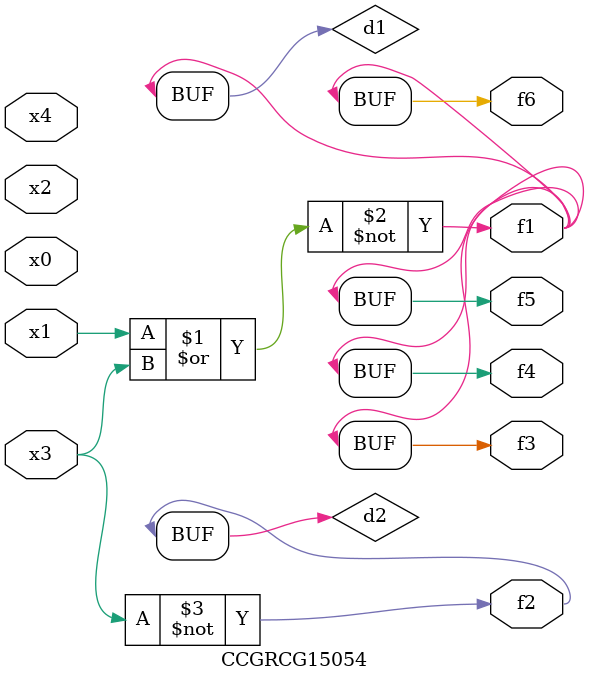
<source format=v>
module CCGRCG15054(
	input x0, x1, x2, x3, x4,
	output f1, f2, f3, f4, f5, f6
);

	wire d1, d2;

	nor (d1, x1, x3);
	not (d2, x3);
	assign f1 = d1;
	assign f2 = d2;
	assign f3 = d1;
	assign f4 = d1;
	assign f5 = d1;
	assign f6 = d1;
endmodule

</source>
